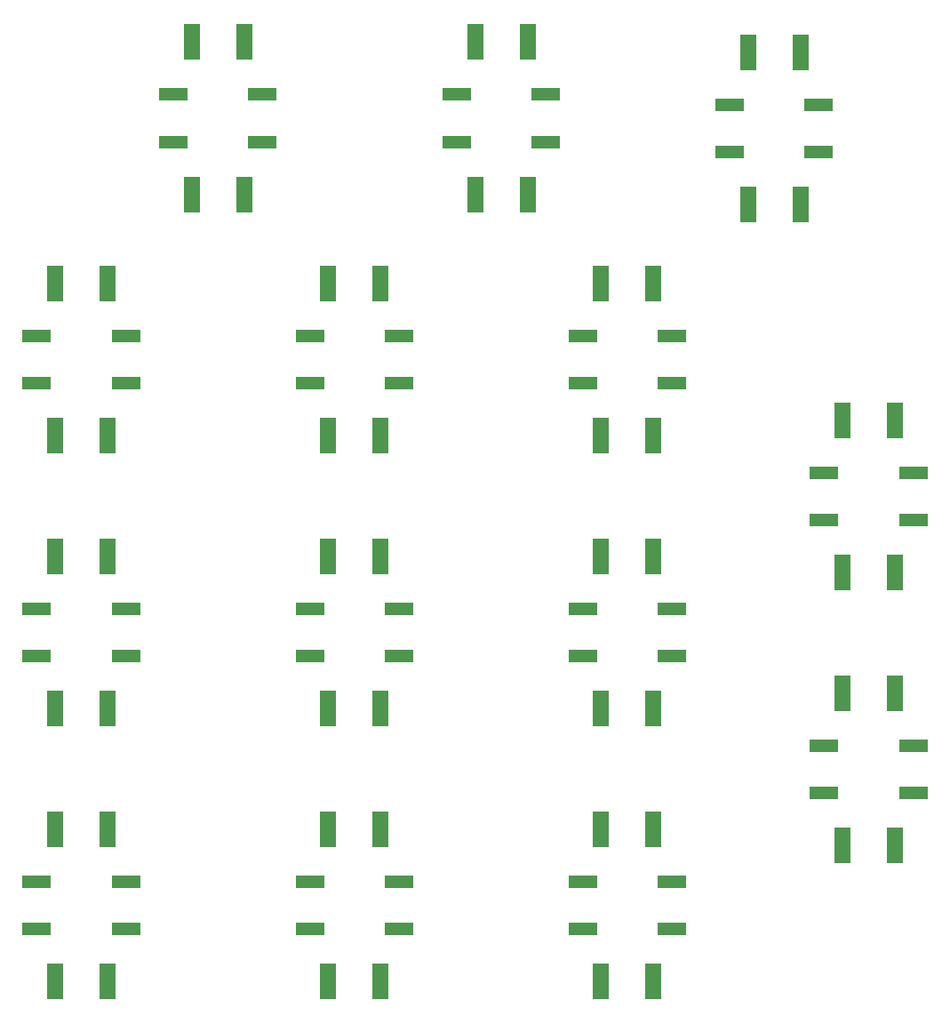
<source format=gts>
%MOIN*%
%OFA0B0*%
%FSLAX34Y34*%
%IPPOS*%
%LPD*%
%AMOC8*
5,1,8,0,0,$1,22.5*%
%AMOC80*
5,1,8,0,0,$1,22.5*%
%AMOC81*
5,1,8,0,0,$1,22.5*%
%AMOC80*
5,1,8,0,0,$1,22.5*%
%AMOC81*
5,1,8,0,0,$1,22.5*%
%AMOC80*
5,1,8,0,0,$1,22.5*%
%AMOC81*
5,1,8,0,0,$1,22.5*%
%AMOC80*
5,1,8,0,0,$1,22.5*%
%AMOC81*
5,1,8,0,0,$1,22.5*%
%AMOC80*
5,1,8,0,0,$1,22.5*%
%AMOC81*
5,1,8,0,0,$1,22.5*%
%AMOC80*
5,1,8,0,0,$1,22.5*%
%AMOC81*
5,1,8,0,0,$1,22.5*%
%AMOC80*
5,1,8,0,0,$1,22.5*%
%ADD10R,0.1064251968503937X0.047370078740157487*%
%ADD11R,0.063118110236220479X0.13398425196850394*%
%ADD22R,0.1064251968503937X0.047370078740157487*%
%ADD23R,0.063118110236220479X0.13398425196850394*%
%ADD24R,0.1064251968503937X0.047370078740157487*%
%ADD25R,0.063118110236220479X0.13398425196850394*%
%ADD26R,0.1064251968503937X0.047370078740157487*%
%ADD27R,0.063118110236220479X0.13398425196850394*%
%ADD28R,0.1064251968503937X0.047370078740157487*%
%ADD29R,0.063118110236220479X0.13398425196850394*%
%ADD30R,0.1064251968503937X0.047370078740157487*%
%ADD31R,0.063118110236220479X0.13398425196850394*%
%ADD32R,0.1064251968503937X0.047370078740157487*%
%ADD33R,0.063118110236220479X0.13398425196850394*%
%ADD34R,0.1064251968503937X0.047370078740157487*%
%ADD35R,0.063118110236220479X0.13398425196850394*%
%ADD36R,0.1064251968503937X0.047370078740157487*%
%ADD37R,0.063118110236220479X0.13398425196850394*%
%ADD38R,0.1064251968503937X0.047370078740157487*%
%ADD39R,0.063118110236220479X0.13398425196850394*%
%ADD40R,0.1064251968503937X0.047370078740157487*%
%ADD41R,0.063118110236220479X0.13398425196850394*%
%ADD42R,0.1064251968503937X0.047370078740157487*%
%ADD43R,0.063118110236220479X0.13398425196850394*%
%ADD44R,0.1064251968503937X0.047370078740157487*%
%ADD45R,0.063118110236220479X0.13398425196850394*%
%ADD46R,0.1064251968503937X0.047370078740157487*%
%ADD47R,0.063118110236220479X0.13398425196850394*%
G75*
G01*
D10*
X0004724Y0004724D02*
X0003051Y0005610D03*
X0006397Y0005610D03*
X0003051Y0003838D03*
X0006397Y0003838D03*
D11*
X0003740Y0001870D03*
X0003740Y0007578D03*
X0005708Y0001870D03*
X0005708Y0007578D03*
G04 next file*
G04 EAGLE Gerber RS-274X export*
G75*
G01*
D22*
X0014960Y0004724D02*
X0013287Y0005610D03*
X0016633Y0005610D03*
X0013287Y0003838D03*
X0016633Y0003838D03*
D23*
X0013976Y0001870D03*
X0013976Y0007578D03*
X0015944Y0001870D03*
X0015944Y0007578D03*
G04 next file*
G04 EAGLE Gerber RS-274X export*
G75*
G01*
D24*
X0025196Y0004724D02*
X0023523Y0005610D03*
X0026870Y0005610D03*
X0023523Y0003838D03*
X0026870Y0003838D03*
D25*
X0024212Y0001870D03*
X0024212Y0007578D03*
X0026181Y0001870D03*
X0026181Y0007578D03*
G04 next file*
G04 EAGLE Gerber RS-274X export*
G75*
G01*
D26*
X0034251Y0009842D02*
X0032578Y0010728D03*
X0035925Y0010728D03*
X0032578Y0008956D03*
X0035925Y0008956D03*
D27*
X0033267Y0006988D03*
X0033267Y0012696D03*
X0035236Y0006988D03*
X0035236Y0012696D03*
G04 next file*
G04 EAGLE Gerber RS-274X export*
G75*
G01*
D28*
X0025196Y0014960D02*
X0023523Y0015846D03*
X0026870Y0015846D03*
X0023523Y0014074D03*
X0026870Y0014074D03*
D29*
X0024212Y0012106D03*
X0024212Y0017814D03*
X0026181Y0012106D03*
X0026181Y0017814D03*
G04 next file*
G04 EAGLE Gerber RS-274X export*
G75*
G01*
D30*
X0014960Y0014960D02*
X0013287Y0015846D03*
X0016633Y0015846D03*
X0013287Y0014074D03*
X0016633Y0014074D03*
D31*
X0013976Y0012106D03*
X0013976Y0017814D03*
X0015944Y0012106D03*
X0015944Y0017814D03*
G04 next file*
G04 EAGLE Gerber RS-274X export*
G75*
G01*
D32*
X0004724Y0014960D02*
X0003051Y0015846D03*
X0006397Y0015846D03*
X0003051Y0014074D03*
X0006397Y0014074D03*
D33*
X0003740Y0012106D03*
X0003740Y0017814D03*
X0005708Y0012106D03*
X0005708Y0017814D03*
G04 next file*
G04 EAGLE Gerber RS-274X export*
G75*
G01*
D34*
X0034251Y0020078D02*
X0032578Y0020964D03*
X0035925Y0020964D03*
X0032578Y0019192D03*
X0035925Y0019192D03*
D35*
X0033267Y0017224D03*
X0033267Y0022933D03*
X0035236Y0017224D03*
X0035236Y0022933D03*
G04 next file*
G04 EAGLE Gerber RS-274X export*
G75*
G01*
D36*
X0004724Y0025196D02*
X0003051Y0026082D03*
X0006397Y0026082D03*
X0003051Y0024311D03*
X0006397Y0024311D03*
D37*
X0003740Y0022342D03*
X0003740Y0028051D03*
X0005708Y0022342D03*
X0005708Y0028051D03*
G04 next file*
G04 EAGLE Gerber RS-274X export*
G75*
G01*
D38*
X0014960Y0025196D02*
X0013287Y0026082D03*
X0016633Y0026082D03*
X0013287Y0024311D03*
X0016633Y0024311D03*
D39*
X0013976Y0022342D03*
X0013976Y0028051D03*
X0015944Y0022342D03*
X0015944Y0028051D03*
G04 next file*
G04 EAGLE Gerber RS-274X export*
G75*
G01*
D40*
X0025196Y0025196D02*
X0023523Y0026082D03*
X0026870Y0026082D03*
X0023523Y0024311D03*
X0026870Y0024311D03*
D41*
X0024212Y0022342D03*
X0024212Y0028051D03*
X0026181Y0022342D03*
X0026181Y0028051D03*
G04 next file*
G04 EAGLE Gerber RS-274X export*
G75*
G01*
D42*
X0030708Y0033858D02*
X0029035Y0034744D03*
X0032381Y0034744D03*
X0029035Y0032972D03*
X0032381Y0032972D03*
D43*
X0029724Y0031003D03*
X0029724Y0036712D03*
X0031692Y0031003D03*
X0031692Y0036712D03*
G04 next file*
G04 EAGLE Gerber RS-274X export*
G75*
G01*
D44*
X0009842Y0034251D02*
X0008169Y0035137D03*
X0011515Y0035137D03*
X0008169Y0033366D03*
X0011515Y0033366D03*
D45*
X0008858Y0031397D03*
X0008858Y0037106D03*
X0010826Y0031397D03*
X0010826Y0037106D03*
G04 next file*
G04 EAGLE Gerber RS-274X export*
G75*
G01*
D46*
X0020472Y0034251D02*
X0018799Y0035137D03*
X0022145Y0035137D03*
X0018799Y0033366D03*
X0022145Y0033366D03*
D47*
X0019488Y0031397D03*
X0019488Y0037106D03*
X0021456Y0031397D03*
X0021456Y0037106D03*
M02*
</source>
